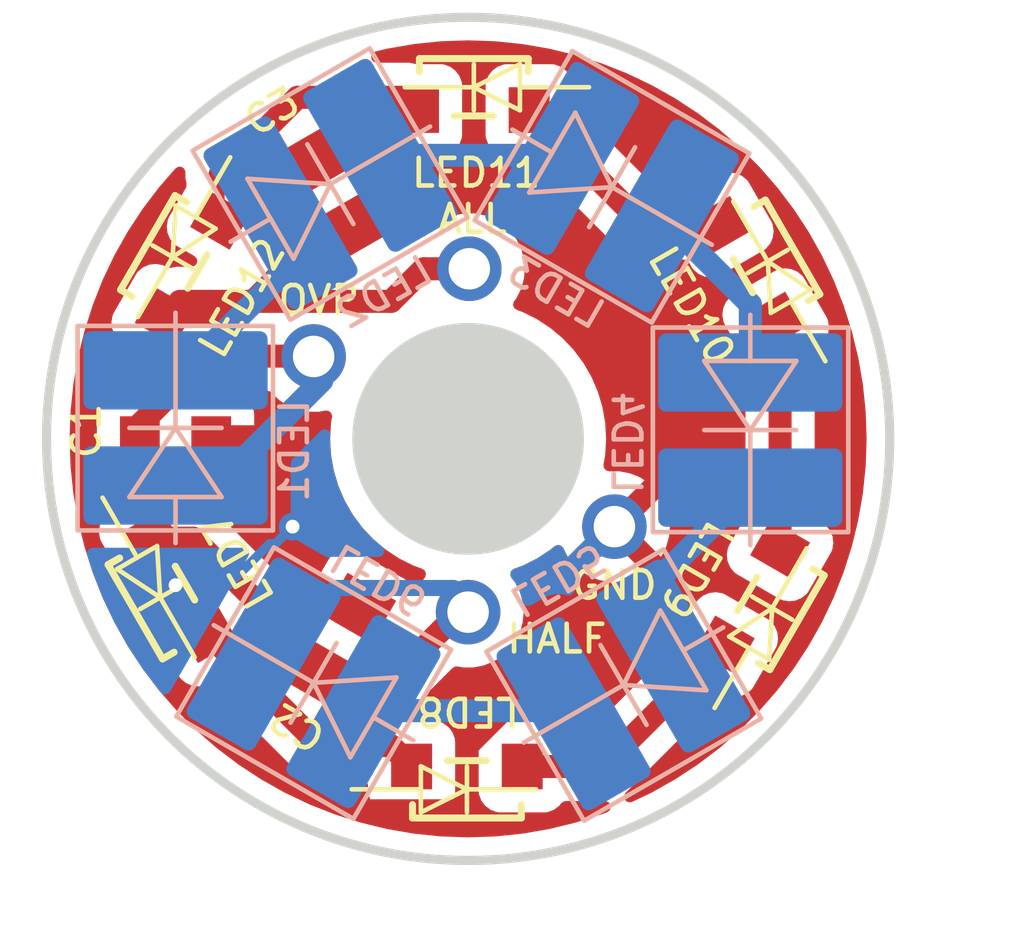
<source format=kicad_pcb>
(kicad_pcb (version 20240108) (generator "pcbnew") (generator_version "8.0")
  (layers (0 "F.Cu" signal) (31 "B.Cu" signal) (34 "B.Paste" user) (35 "F.Paste" user) (36 "B.SilkS" user "B.Silkscreen") (37 "F.SilkS" user "F.Silkscreen") (38 "B.Mask" user) (39 "F.Mask" user) (44 "Edge.Cuts" user))
  (net 0 "")
  (net 1 "Net-(C1-Pad1)")
  (net 2 "GND")
  (net 3 "Net-(C2-Pad1)")
  (net 4 "Net-(C3-Pad1)")
  (net 5 "Net-(LED7-Pad1)")
  (net 6 "Net-(LED8-Pad1)")
  (net 7 "Net-(LED10-Pad2)")
  (net 8 "Net-(LED10-Pad1)")
  (net 9 "Net-(LED11-Pad1)")
  (net 10 "Net-(LED1-Pad1)")
  (net 11 "Net-(LED2-Pad1)")
  (net 12 "Net-(LED3-Pad1)")
  (net 13 "Net-(LED4-Pad1)")
  (net 14 "Net-(LED5-Pad1)")
  (footprint "CC0805KRX7R9BB104‎:CC0805N_YAG" (layer "F.Cu") (at 144.368636 75.966439 -60)
    (property "Reference" "C3" (at -2.203578 0.235729 30) (layer "F.SilkS") (effects (font (size 0.6 0.6) (thickness 0.1) (bold yes))))
    (property "Value" "CC0805KRX7R9BB104" (hide yes))
    (pad "1" smd rect (at -0.825499 0 300) (size 1.0668 1.2192) (layers "F.Cu" "F.Paste" "F.Mask") (net 4 "Net-(C3-Pad1)"))
    (pad "2" smd rect (at 0.825499 0 300) (size 1.0668 1.2192) (layers "F.Cu" "F.Paste" "F.Mask") (net 2 "GND"))
    (zone (net 0) (net_name "") (layer "F.Cu") (connect_pads (clearance 0)) (min_thickness 0.254)
      (keepout (tracks not_allowed) (vias not_allowed) (pads allowed) (copperpour not_allowed) (footprints allowed))
      (fill (thermal_gap 0.508) (thermal_bridge_width 0.508))
      (polygon (pts (xy 144.73192 75.478067) (xy 144.973222 75.896011) (xy 144.005352 76.454811) (xy 143.76405 76.036867)))
    )
  )
  (footprint "CC0805KRX7R9BB104‎:CC0805N_YAG" (layer "F.Cu") (at 144.551135 85.667783 60)
    (property "Reference" "C2" (at -2.084393 0.128425 150) (layer "F.SilkS") (effects (font (size 0.6 0.6) (thickness 0.1) (bold yes))))
    (property "Value" "CC0805KRX7R9BB104" (hide yes))
    (pad "1" smd rect (at -0.825499 0 60) (size 1.0668 1.2192) (layers "F.Cu" "F.Paste" "F.Mask") (net 3 "Net-(C2-Pad1)"))
    (pad "2" smd rect (at 0.825499 0 60) (size 1.0668 1.2192) (layers "F.Cu" "F.Paste" "F.Mask") (net 2 "GND"))
    (zone (net 0) (net_name "") (layer "F.Cu") (connect_pads (clearance 0)) (min_thickness 0.254)
      (keepout (tracks not_allowed) (vias not_allowed) (pads allowed) (copperpour not_allowed) (footprints allowed))
      (fill (thermal_gap 0.508) (thermal_bridge_width 0.508))
      (polygon (pts (xy 143.946549 85.597355) (xy 144.18785 85.179409) (xy 145.155721 85.738211) (xy 144.91442 86.156157)))
    )
  )
  (footprint "hole:hole" (layer "F.Cu") (at 143.967335 80.99168)
    (property "Reference" "OVP" (at 0.111805 -2.723473 0) (layer "F.SilkS") (effects (font (size 0.6 0.6) (thickness 0.1))))
    (property "Value" "hole" (hide yes))
    (pad "1" thru_hole circle (at 0 -1.5) (size 1.4 1.4) (drill 0.9) (layers "*.Cu" "*.Mask") (net 1 "Net-(C1-Pad1)"))
  )
  (footprint "GRT188R61H105KE13D‎:CAP_GRT188R61H105KE13D_MUR" (layer "F.Cu") (at 140.97 81.234392)
    (property "Reference" "C1" (at -1.941925 -0.125757 90) (layer "F.SilkS") (effects (font (size 0.6 0.6) (thickness 0.1) (bold yes))))
    (property "Value" "GRT188R61H105KE13D" (hide yes))
    (pad "1" smd rect (at -0.7747 0) (size 0.8636 0.889) (layers "F.Cu" "F.Paste" "F.Mask") (net 1 "Net-(C1-Pad1)"))
    (pad "2" smd rect (at 0.7747 0) (size 0.8636 0.889) (layers "F.Cu" "F.Paste" "F.Mask") (net 2 "GND"))
    (zone (net 0) (net_name "") (layer "F.Cu") (connect_pads (clearance 0)) (min_thickness 0.254)
      (keepout (tracks not_allowed) (vias not_allowed) (pads allowed) (copperpour not_allowed) (footprints allowed))
      (fill (thermal_gap 0.508) (thermal_bridge_width 0.508))
      (polygon (pts (xy 140.6779 80.840692) (xy 141.2621 80.840692) (xy 141.2621 81.628092) (xy 140.6779 81.628092)))
    )
  )
  (footprint "APA2107SECK_J4-PRV:APA2107SECK_J4-PRV" (layer "F.Cu") (at 140.906537 77.334012 60)
    (property "Reference" "LED12" (at -0.01829 1.746737 60) (layer "F.SilkS") (effects (font (size 0.6 0.6) (thickness 0.1) (bold yes))))
    (property "Value" "APA2107SECK/J4-PRV" (hide yes))
    (fp_line (start -1.1811 -0.622301) (end -1.1811 -0.33274) (stroke (width 0.1524)) (layer "F.SilkS"))
    (fp_line (start 0 -0.5) (end 0 0.5) (stroke (width 0.1)) (layer "F.SilkS"))
    (fp_line (start 0 0) (end -1.5 0) (stroke (width 0.1)) (layer "F.SilkS"))
    (fp_line (start 0 0) (end 1 0.5) (stroke (width 0.1)) (layer "F.SilkS"))
    (fp_line (start 1.181101 -0.6223) (end -1.1811 -0.622301) (stroke (width 0.1524)) (layer "F.SilkS"))
    (fp_line (start 1 -0.5) (end 0 0) (stroke (width 0.1)) (layer "F.SilkS"))
    (fp_line (start 1.1811 -0.33274) (end 1.181101 -0.6223) (stroke (width 0.1524)) (layer "F.SilkS"))
    (fp_line (start -0.42291 0.6223) (end 0.42291 0.6223) (stroke (width 0.1524)) (layer "F.SilkS"))
    (fp_line (start 1 0) (end 1 -0.5) (stroke (width 0.1)) (layer "F.SilkS"))
    (fp_line (start 1 0.5) (end 1 0) (stroke (width 0.1)) (layer "F.SilkS"))
    (fp_line (start 2.5 0) (end 1 0) (stroke (width 0.1)) (layer "F.SilkS"))
    (pad "1" smd rect (at -1.200149 0.4953 60) (size 0.889 0.9906) (layers "F.Cu" "F.Paste" "F.Mask") (net 4 "Net-(C3-Pad1)"))
    (pad "2" smd rect (at 1.20015 0.495299 60) (size 0.889 0.9906) (layers "F.Cu" "F.Paste" "F.Mask") (net 9 "Net-(LED11-Pad1)"))
  )
  (footprint "APA2107SECK_J4-PRV:APA2107SECK_J4-PRV" (layer "F.Cu") (at 140.636085 84.722292 120)
    (property "Reference" "LED7" (at -0.147072 1.857807 120) (layer "F.SilkS") (effects (font (size 0.6 0.6) (thickness 0.1))))
    (property "Value" "~")
    (fp_line (start 2.5 0) (end 1 0) (stroke (width 0.1)) (layer "F.SilkS"))
    (fp_line (start 1.1811 -0.622301) (end -1.181101 -0.6223) (stroke (width 0.1524)) (layer "F.SilkS"))
    (fp_line (start 1 -0.5) (end 0 0) (stroke (width 0.1)) (layer "F.SilkS"))
    (fp_line (start 1.1811 -0.33274) (end 1.1811 -0.622301) (stroke (width 0.1524)) (layer "F.SilkS"))
    (fp_line (start 1 0) (end 1 -0.5) (stroke (width 0.1)) (layer "F.SilkS"))
    (fp_line (start 0 -0.5) (end 0 0.5) (stroke (width 0.1)) (layer "F.SilkS"))
    (fp_line (start 1 0.5) (end 1 0) (stroke (width 0.1)) (layer "F.SilkS"))
    (fp_line (start 0 0) (end 1 0.5) (stroke (width 0.1)) (layer "F.SilkS"))
    (fp_line (start 0 0) (end -1.5 0) (stroke (width 0.1)) (layer "F.SilkS"))
    (fp_line (start -1.181101 -0.6223) (end -1.1811 -0.33274) (stroke (width 0.1524)) (layer "F.SilkS"))
    (fp_line (start -0.42291 0.6223) (end 0.42291 0.6223) (stroke (width 0.1524)) (layer "F.SilkS"))
    (pad "1" smd rect (at -1.20015 0.495299 120) (size 0.889 0.9906) (layers "F.Cu" "F.Paste" "F.Mask") (net 5 "Net-(LED7-Pad1)"))
    (pad "2" smd rect (at 1.200149 0.4953 120) (size 0.889 0.9906) (layers "F.Cu" "F.Paste" "F.Mask") (net 3 "Net-(C2-Pad1)"))
  )
  (footprint "APA2107SECK_J4-PRV:APA2107SECK_J4-PRV" (layer "F.Cu") (at 153.919855 84.954611 -120)
    (property "Reference" "LED9" (at 0.094821 1.844652 -120) (layer "F.SilkS") (effects (font (size 0.6 0.6) (thickness 0.1) (bold yes))))
    (property "Value" "~")
    (fp_line (start 2.5 0) (end 1 0) (stroke (width 0.1)) (layer "F.SilkS"))
    (fp_line (start 1 0.5) (end 1 0) (stroke (width 0.1)) (layer "F.SilkS"))
    (fp_line (start 1 0) (end 1 -0.5) (stroke (width 0.1)) (layer "F.SilkS"))
    (fp_line (start -0.42291 0.6223) (end 0.42291 0.6223) (stroke (width 0.1524)) (layer "F.SilkS"))
    (fp_line (start 1.1811 -0.33274) (end 1.1811 -0.622301) (stroke (width 0.1524)) (layer "F.SilkS"))
    (fp_line (start 1 -0.5) (end 0 0) (stroke (width 0.1)) (layer "F.SilkS"))
    (fp_line (start 1.1811 -0.622301) (end -1.181101 -0.6223) (stroke (width 0.1524)) (layer "F.SilkS"))
    (fp_line (start 0 0) (end 1 0.5) (stroke (width 0.1)) (layer "F.SilkS"))
    (fp_line (start 0 0) (end -1.5 0) (stroke (width 0.1)) (layer "F.SilkS"))
    (fp_line (start 0 -0.5) (end 0 0.5) (stroke (width 0.1)) (layer "F.SilkS"))
    (fp_line (start -1.181101 -0.6223) (end -1.1811 -0.33274) (stroke (width 0.1524)) (layer "F.SilkS"))
    (pad "1" smd rect (at -1.20015 0.495299 240) (size 0.889 0.9906) (layers "F.Cu" "F.Paste" "F.Mask") (net 7 "Net-(LED10-Pad2)"))
    (pad "2" smd rect (at 1.200149 0.4953 240) (size 0.889 0.9906) (layers "F.Cu" "F.Paste" "F.Mask") (net 6 "Net-(LED8-Pad1)"))
  )
  (footprint "APA2107SECK_J4-PRV:APA2107SECK_J4-PRV" (layer "F.Cu") (at 147.294294 88.886526 180)
    (property "Reference" "LED8" (at -0.025706 1.691506 180) (layer "F.SilkS") (effects (font (size 0.6 0.6) (thickness 0.1) (bold yes))))
    (property "Value" "APA2107SECK/J4-PRV" (hide yes))
    (fp_line (start 2.5 0) (end 1 0) (stroke (width 0.1)) (layer "F.SilkS"))
    (fp_line (start 1.181101 -0.6223) (end -1.1811 -0.622301) (stroke (width 0.1524)) (layer "F.SilkS"))
    (fp_line (start 1.1811 -0.33274) (end 1.181101 -0.6223) (stroke (width 0.1524)) (layer "F.SilkS"))
    (fp_line (start 1 0.5) (end 1 0) (stroke (width 0.1)) (layer "F.SilkS"))
    (fp_line (start 1 0) (end 1 -0.5) (stroke (width 0.1)) (layer "F.SilkS"))
    (fp_line (start 1 -0.5) (end 0 0) (stroke (width 0.1)) (layer "F.SilkS"))
    (fp_line (start 0 0) (end 1 0.5) (stroke (width 0.1)) (layer "F.SilkS"))
    (fp_line (start 0 0) (end -1.5 0) (stroke (width 0.1)) (layer "F.SilkS"))
    (fp_line (start 0 -0.5) (end 0 0.5) (stroke (width 0.1)) (layer "F.SilkS"))
    (fp_line (start -0.42291 0.6223) (end 0.42291 0.6223) (stroke (width 0.1524)) (layer "F.SilkS"))
    (fp_line (start -1.1811 -0.622301) (end -1.1811 -0.33274) (stroke (width 0.1524)) (layer "F.SilkS"))
    (pad "1" smd rect (at -1.200149 0.4953 180) (size 0.889 0.9906) (layers "F.Cu" "F.Paste" "F.Mask") (net 6 "Net-(LED8-Pad1)"))
    (pad "2" smd rect (at 1.20015 0.495299 180) (size 0.889 0.9906) (layers "F.Cu" "F.Paste" "F.Mask") (net 5 "Net-(LED7-Pad1)"))
  )
  (footprint "hole:hole" (layer "F.Cu") (at 147.34585 79.088287)
    (property "Reference" "ALL" (at 0.062548 -2.578952 0) (layer "F.SilkS") (effects (font (size 0.6 0.6) (thickness 0.1))))
    (property "Value" "hole" (hide yes))
    (pad "1" thru_hole circle (at 0 -1.5) (size 1.4 1.4) (drill 0.9) (layers "*.Cu" "*.Mask") (net 4 "Net-(C3-Pad1)"))
  )
  (footprint "APA2107SECK_J4-PRV:APA2107SECK_J4-PRV" (layer "F.Cu") (at 147.444428 73.64864)
    (property "Reference" "LED11" (at 0.04703 1.859627 0) (layer "F.SilkS") (effects (font (size 0.6 0.6) (thickness 0.1))))
    (property "Value" "~")
    (fp_line (start -1.1811 -0.622301) (end -1.1811 -0.33274) (stroke (width 0.1524)) (layer "F.SilkS"))
    (fp_line (start -0.42291 0.6223) (end 0.42291 0.6223) (stroke (width 0.1524)) (layer "F.SilkS"))
    (fp_line (start 0 -0.5) (end 0 0.5) (stroke (width 0.1)) (layer "F.SilkS"))
    (fp_line (start 0 0) (end -1.5 0) (stroke (width 0.1)) (layer "F.SilkS"))
    (fp_line (start 0 0) (end 1 0.5) (stroke (width 0.1)) (layer "F.SilkS"))
    (fp_line (start 1 -0.5) (end 0 0) (stroke (width 0.1)) (layer "F.SilkS"))
    (fp_line (start 1 0) (end 1 -0.5) (stroke (width 0.1)) (layer "F.SilkS"))
    (fp_line (start 1 0.5) (end 1 0) (stroke (width 0.1)) (layer "F.SilkS"))
    (fp_line (start 1.1811 -0.33274) (end 1.181101 -0.6223) (stroke (width 0.1524)) (layer "F.SilkS"))
    (fp_line (start 1.181101 -0.6223) (end -1.1811 -0.622301) (stroke (width 0.1524)) (layer "F.SilkS"))
    (fp_line (start 2.5 0) (end 1 0) (stroke (width 0.1)) (layer "F.SilkS"))
    (pad "1" smd rect (at -1.200149 0.4953) (size 0.889 0.9906) (layers "F.Cu" "F.Paste" "F.Mask") (net 9 "Net-(LED11-Pad1)"))
    (pad "2" smd rect (at 1.20015 0.495299) (size 0.889 0.9906) (layers "F.Cu" "F.Paste" "F.Mask") (net 8 "Net-(LED10-Pad1)"))
  )
  (footprint "APA2107SECK_J4-PRV:APA2107SECK_J4-PRV" (layer "F.Cu") (at 153.824006 77.429735 -60)
    (property "Reference" "LED10" (at 0.008094 1.910963 -60) (layer "F.SilkS") (effects (font (size 0.6 0.6) (thickness 0.1) (bold yes))))
    (property "Value" "APA2107SECK/J4-PRV" (hide yes))
    (fp_line (start -0.42291 0.6223) (end 0.42291 0.6223) (stroke (width 0.1524)) (layer "F.SilkS"))
    (fp_line (start -1.181101 -0.6223) (end -1.1811 -0.33274) (stroke (width 0.1524)) (layer "F.SilkS"))
    (fp_line (start 0 0) (end -1.5 0) (stroke (width 0.1)) (layer "F.SilkS"))
    (fp_line (start 0 0) (end 1 0.5) (stroke (width 0.1)) (layer "F.SilkS"))
    (fp_line (start 1 0.5) (end 1 0) (stroke (width 0.1)) (layer "F.SilkS"))
    (fp_line (start 0 -0.5) (end 0 0.5) (stroke (width 0.1)) (layer "F.SilkS"))
    (fp_line (start 1 0) (end 1 -0.5) (stroke (width 0.1)) (layer "F.SilkS"))
    (fp_line (start 1.1811 -0.33274) (end 1.1811 -0.622301) (stroke (width 0.1524)) (layer "F.SilkS"))
    (fp_line (start 1 -0.5) (end 0 0) (stroke (width 0.1)) (layer "F.SilkS"))
    (fp_line (start 1.1811 -0.622301) (end -1.181101 -0.6223) (stroke (width 0.1524)) (layer "F.SilkS"))
    (fp_line (start 2.5 0) (end 1 0) (stroke (width 0.1)) (layer "F.SilkS"))
    (pad "1" smd rect (at -1.20015 0.495299 300) (size 0.889 0.9906) (layers "F.Cu" "F.Paste" "F.Mask") (net 8 "Net-(LED10-Pad1)"))
    (pad "2" smd rect (at 1.200149 0.4953 300) (size 0.889 0.9906) (layers "F.Cu" "F.Paste" "F.Mask") (net 7 "Net-(LED10-Pad2)"))
  )
  (footprint "hole:hole" (layer "F.Cu") (at 150.495 84.685)
    (property "Reference" "GND" (at 0 -0.23 0) (layer "F.SilkS") (effects (font (size 0.6 0.6) (thickness 0.1))))
    (property "Value" "hole" (hide yes))
    (pad "1" thru_hole circle (at 0 -1.5) (size 1.4 1.4) (drill 0.9) (layers "*.Cu" "*.Mask") (net 2 "GND"))
  )
  (footprint "hole:hole" (layer "F.Cu") (at 147.319721 86.540901)
    (property "Reference" "HALF" (at 1.925754 -0.920684 0) (layer "F.SilkS") (effects (font (size 0.6 0.6) (thickness 0.1))))
    (property "Value" "hole" (hide yes))
    (pad "1" thru_hole circle (at 0 -1.5) (size 1.4 1.4) (drill 0.9) (layers "*.Cu" "*.Mask") (net 3 "Net-(C2-Pad1)"))
  )
  (footprint "AA4040SYCKT_J3-AMT:AA4040SYCKT_J3-AMT" (layer "B.Cu") (at 140.969415 81.042584 -90)
    (property "Reference" "LED1" (at 0.494751 -2.577246 90) (layer "B.SilkS") (effects (font (size 0.6 0.6) (thickness 0.1)) (justify mirror)))
    (property "Value" "~")
    (fp_line (start 0 1) (end 0 -1) (stroke (width 0.1)) (layer "B.SilkS"))
    (fp_line (start 1.5 1) (end 1.5 0) (stroke (width 0.1)) (layer "B.SilkS"))
    (fp_line (start -2.5 0) (end 0 0) (stroke (width 0.1)) (layer "B.SilkS"))
    (fp_line (start 0 0) (end 1.5 1) (stroke (width 0.1)) (layer "B.SilkS"))
    (fp_line (start 1.5 0) (end 2.5 0) (stroke (width 0.1)) (layer "B.SilkS"))
    (fp_line (start 1.5 0) (end 1.5 -1) (stroke (width 0.1)) (layer "B.SilkS"))
    (fp_line (start 1.5 -1) (end 0 0) (stroke (width 0.1)) (layer "B.SilkS"))
    (fp_poly (pts (xy 2.224966 -2.115704) (xy -2.215033 -2.115704) (xy -2.215033 2.125637) (xy 2.224966 2.125638)) (stroke (width 0.1)) (fill none) (layer "B.SilkS"))
    (pad "1" smd roundrect (at -1.25 0 270) (size 1.7 4) (layers "B.Cu" "B.Paste" "B.Mask") (roundrect_rratio 0.1) (net 10 "Net-(LED1-Pad1)"))
    (pad "2" smd roundrect (at 1.25 0 270) (size 1.7 4) (layers "B.Cu" "B.Paste" "B.Mask") (roundrect_rratio 0.1) (net 1 "Net-(C1-Pad1)"))
  )
  (footprint "AA4040SYCKT_J3-AMT:AA4040SYCKT_J3-AMT" (layer "B.Cu") (at 150.444711 75.817256 150)
    (property "Reference" "LED3" (at -0.087571 -2.5911 -30) (layer "B.SilkS") (effects (font (size 0.6 0.6) (thickness 0.1)) (justify mirror)))
    (property "Value" "~")
    (fp_line (start 1.5 -1) (end 0 0) (stroke (width 0.1)) (layer "B.SilkS"))
    (fp_line (start 1.5 0) (end 2.5 0) (stroke (width 0.1)) (layer "B.SilkS"))
    (fp_line (start 1.5 0) (end 1.5 -1) (stroke (width 0.1)) (layer "B.SilkS"))
    (fp_line (start 1.5 1) (end 1.5 0) (stroke (width 0.1)) (layer "B.SilkS"))
    (fp_line (start 0 0) (end 1.5 1) (stroke (width 0.1)) (layer "B.SilkS"))
    (fp_line (start 0 1) (end 0 -1) (stroke (width 0.1)) (layer "B.SilkS"))
    (fp_line (start -2.5 0) (end 0 0) (stroke (width 0.1)) (layer "B.SilkS"))
    (fp_poly (pts (xy 2.224966 -2.115704) (xy -2.215033 -2.115704) (xy -2.215033 2.125637) (xy 2.224966 2.125638)) (stroke (width 0.1)) (fill none) (layer "B.SilkS"))
    (pad "1" smd roundrect (at -1.25 0 150) (size 1.7 4) (layers "B.Cu" "B.Paste" "B.Mask") (roundrect_rratio 0.1) (net 12 "Net-(LED3-Pad1)"))
    (pad "2" smd roundrect (at 1.25 0 150) (size 1.7 4) (layers "B.Cu" "B.Paste" "B.Mask") (roundrect_rratio 0.1) (net 11 "Net-(LED2-Pad1)"))
  )
  (footprint "AA4040SYCKT_J3-AMT:AA4040SYCKT_J3-AMT" (layer "B.Cu") (at 143.965825 86.574873 -30)
    (property "Reference" "LED6" (at 0.109861 -2.639334 150) (layer "B.SilkS") (effects (font (size 0.6 0.6) (thickness 0.1)) (justify mirror)))
    (property "Value" "~")
    (fp_line (start -2.5 0) (end 0 0) (stroke (width 0.1)) (layer "B.SilkS"))
    (fp_line (start 0.000001 0.999999) (end -0.000001 -0.999999) (stroke (width 0.1)) (layer "B.SilkS"))
    (fp_line (start 0 0) (end 1.5 1.000001) (stroke (width 0.1)) (layer "B.SilkS"))
    (fp_line (start 1.5 1.000001) (end 1.5 0) (stroke (width 0.1)) (layer "B.SilkS"))
    (fp_line (start 1.5 0) (end 1.5 -1) (stroke (width 0.1)) (layer "B.SilkS"))
    (fp_line (start 1.5 0) (end 2.5 0) (stroke (width 0.1)) (layer "B.SilkS"))
    (fp_line (start 1.5 -1) (end 0 0) (stroke (width 0.1)) (layer "B.SilkS"))
    (fp_poly (pts (xy 2.224966 -2.115704) (xy -2.215032 -2.115705) (xy -2.215032 2.125638) (xy 2.224966 2.125638)) (stroke (width 0.1)) (fill none) (layer "B.SilkS"))
    (pad "1" smd roundrect (at -1.25 0 330) (size 1.7 4) (layers "B.Cu" "B.Paste" "B.Mask") (roundrect_rratio 0.1) (net 3 "Net-(C2-Pad1)"))
    (pad "2" smd roundrect (at 1.25 0 330) (size 1.7 4) (layers "B.Cu" "B.Paste" "B.Mask") (roundrect_rratio 0.1) (net 14 "Net-(LED5-Pad1)"))
  )
  (footprint "AA4040SYCKT_J3-AMT:AA4040SYCKT_J3-AMT" (layer "B.Cu") (at 144.330147 75.751799 -150)
    (property "Reference" "LED2" (at 0.157389 -2.622144 30) (layer "B.SilkS") (effects (font (size 0.6 0.6) (thickness 0.1)) (justify mirror)))
    (property "Value" "~")
    (fp_line (start 1.5 1) (end 1.5 0) (stroke (width 0.1)) (layer "B.SilkS"))
    (fp_line (start 1.5 0) (end 2.5 0) (stroke (width 0.1)) (layer "B.SilkS"))
    (fp_line (start 1.5 0) (end 1.5 -1) (stroke (width 0.1)) (layer "B.SilkS"))
    (fp_line (start 1.5 -1) (end 0 0) (stroke (width 0.1)) (layer "B.SilkS"))
    (fp_line (start 0 1) (end 0 -1) (stroke (width 0.1)) (layer "B.SilkS"))
    (fp_line (start 0 0) (end 1.5 1) (stroke (width 0.1)) (layer "B.SilkS"))
    (fp_line (start -2.5 0) (end 0 0) (stroke (width 0.1)) (layer "B.SilkS"))
    (fp_poly (pts (xy 2.224966 -2.115704) (xy -2.215033 -2.115704) (xy -2.215033 2.125637) (xy 2.224966 2.125638)) (stroke (width 0.1)) (fill none) (layer "B.SilkS"))
    (pad "1" smd roundrect (at -1.25 0 210) (size 1.7 4) (layers "B.Cu" "B.Paste" "B.Mask") (roundrect_rratio 0.1) (net 11 "Net-(LED2-Pad1)"))
    (pad "2" smd roundrect (at 1.25 0 210) (size 1.7 4) (layers "B.Cu" "B.Paste" "B.Mask") (roundrect_rratio 0.1) (net 10 "Net-(LED1-Pad1)"))
  )
  (footprint "AA4040SYCKT_J3-AMT:AA4040SYCKT_J3-AMT" (layer "B.Cu") (at 150.692302 86.621585 30)
    (property "Reference" "LED5" (at -0.084935 -2.690466 -150) (layer "B.SilkS") (effects (font (size 0.6 0.6) (thickness 0.1)) (justify mirror)))
    (property "Value" "~")
    (fp_line (start -2.5 0) (end 0 0) (stroke (width 0.1)) (layer "B.SilkS"))
    (fp_line (start 0 0) (end 1.5 1) (stroke (width 0.1)) (layer "B.SilkS"))
    (fp_line (start 0 1) (end 0 -1) (stroke (width 0.1)) (layer "B.SilkS"))
    (fp_line (start 1.5 -1) (end 0 0) (stroke (width 0.1)) (layer "B.SilkS"))
    (fp_line (start 1.5 0) (end 1.5 -1) (stroke (width 0.1)) (layer "B.SilkS"))
    (fp_line (start 1.5 0) (end 2.5 0) (stroke (width 0.1)) (layer "B.SilkS"))
    (fp_line (start 1.5 1) (end 1.5 0) (stroke (width 0.1)) (layer "B.SilkS"))
    (fp_poly (pts (xy 2.224966 -2.115704) (xy -2.215033 -2.115704) (xy -2.215033 2.125637) (xy 2.224966 2.125638)) (stroke (width 0.1)) (fill none) (layer "B.SilkS"))
    (pad "1" smd roundrect (at -1.25 0 30) (size 1.7 4) (layers "B.Cu" "B.Paste" "B.Mask") (roundrect_rratio 0.1) (net 14 "Net-(LED5-Pad1)"))
    (pad "2" smd roundrect (at 1.25 0 30) (size 1.7 4) (layers "B.Cu" "B.Paste" "B.Mask") (roundrect_rratio 0.1) (net 13 "Net-(LED4-Pad1)"))
  )
  (footprint "AA4040SYCKT_J3-AMT:AA4040SYCKT_J3-AMT" (layer "B.Cu") (at 153.444988 81.089092 90)
    (property "Reference" "LED4" (at -0.272861 -2.692076 -90) (layer "B.SilkS") (effects (font (size 0.6 0.6) (thickness 0.1)) (justify mirror)))
    (property "Value" "~")
    (fp_line (start 1.5 -1) (end 0 0) (stroke (width 0.1)) (layer "B.SilkS"))
    (fp_line (start 1.5 0) (end 1.5 -1) (stroke (width 0.1)) (layer "B.SilkS"))
    (fp_line (start 1.5 0) (end 2.5 0) (stroke (width 0.1)) (layer "B.SilkS"))
    (fp_line (start 0 0) (end 1.5 1) (stroke (width 0.1)) (layer "B.SilkS"))
    (fp_line (start -2.5 0) (end 0 0) (stroke (width 0.1)) (layer "B.SilkS"))
    (fp_line (start 1.5 1) (end 1.5 0) (stroke (width 0.1)) (layer "B.SilkS"))
    (fp_line (start 0 1) (end 0 -1) (stroke (width 0.1)) (layer "B.SilkS"))
    (fp_poly (pts (xy 2.224966 -2.115704) (xy -2.215033 -2.115704) (xy -2.215033 2.125637) (xy 2.224966 2.125638)) (stroke (width 0.1)) (fill none) (layer "B.SilkS"))
    (pad "1" smd roundrect (at -1.25 0 90) (size 1.7 4) (layers "B.Cu" "B.Paste" "B.Mask") (roundrect_rratio 0.1) (net 13 "Net-(LED4-Pad1)"))
    (pad "2" smd roundrect (at 1.25 0 90) (size 1.7 4) (layers "B.Cu" "B.Paste" "B.Mask") (roundrect_rratio 0.1) (net 12 "Net-(LED3-Pad1)"))
  )
  (gr_circle (center 147.32 81.28) (end 149.81 81.28) (stroke (width 0.05)) (fill solid) (layer "Edge.Cuts"))
  (gr_circle (center 147.32 81.28) (end 156.465245 81.577359) (stroke (width 0.2)) (fill none) (layer "Edge.Cuts"))
  (segment (start 141.680038 79.485) (end 140.1953 80.969738) (width 0.5) (layer "F.Cu") (net 1))
  (segment (start 144.145 79.485) (end 141.680038 79.485) (width 0.5) (layer "F.Cu") (net 1))
  (segment (start 140.1953 80.969738) (end 140.1953 81.234392) (width 0.5) (layer "F.Cu") (net 1))
  (segment (start 144.145 80.016006) (end 144.145 79.485) (width 0.2) (layer "B.Cu") (net 1))
  (segment (start 141.851598 82.309408) (end 144.145 80.016006) (width 0.5) (layer "B.Cu") (net 1))
  (segment (start 141.172208 82.309408) (end 141.851598 82.309408) (width 0.2) (layer "B.Cu") (net 1))
  (segment (start 147.063047 89.278047) (end 145.158047 89.278047) (width 0.35) (layer "F.Cu") (net 2))
  (segment (start 147.32 89.535) (end 147.32 88.025869) (width 0.35) (layer "F.Cu") (net 2))
  (segment (start 140.166885 84.800371) (end 140.166885 85.27934) (width 0.35) (layer "F.Cu") (net 2))
  (segment (start 147.32 88.025869) (end 150.495 84.850869) (width 0.35) (layer "F.Cu") (net 2))
  (segment (start 147.32 89.535) (end 147.063047 89.278047) (width 0.35) (layer "F.Cu") (net 2))
  (segment (start 141.504782 81.135269) (end 141.504782 81.234392) (width 0.2) (layer "F.Cu") (net 2))
  (via (at 140.97 84.455) (size 0.6) (drill 0.3) (layers "F.Cu" "B.Cu") (net 2))
  (via (at 143.51 83.185) (size 0.6) (drill 0.3) (layers "F.Cu" "B.Cu") (net 2))
  (segment (start 143.141801 83.553199) (end 143.51 83.185) (width 0.2) (layer "B.Cu") (net 2))
  (segment (start 140.97 84.455) (end 142.112149 84.455) (width 0.2) (layer "B.Cu") (net 2))
  (segment (start 142.112149 84.455) (end 143.01395 83.553199) (width 0.2) (layer "B.Cu") (net 2))
  (segment (start 143.01395 83.553199) (end 143.141801 83.553199) (width 0.2) (layer "B.Cu") (net 2))
  (segment (start 140.464953 83.435282) (end 140.849935 83.435282) (width 0.2) (layer "F.Cu") (net 3))
  (segment (start 145.577755 86.593926) (end 147.291367 84.880314) (width 0.5) (layer "F.Cu") (net 3))
  (segment (start 144.511253 86.593926) (end 145.577755 86.593926) (width 0.5) (layer "F.Cu") (net 3))
  (segment (start 143.852556 86.720455) (end 143.406298 86.274197) (width 0.2) (layer "F.Cu") (net 3))
  (segment (start 141.352609 83.435282) (end 144.511253 86.593926) (width 0.5) (layer "F.Cu") (net 3))
  (segment (start 140.849935 83.435282) (end 141.352609 83.435282) (width 0.5) (layer "F.Cu") (net 3))
  (segment (start 147.012225 84.516673) (end 144.430661 84.516673) (width 0.35) (layer "B.Cu") (net 3))
  (segment (start 144.430661 84.516673) (end 143.019188 85.928146) (width 0.2) (layer "B.Cu") (net 3))
  (segment (start 147.192525 84.781472) (end 147.291367 84.880314) (width 0.2) (layer "B.Cu") (net 3))
  (segment (start 147.291367 84.880314) (end 147.291367 84.795815) (width 0.2) (layer "B.Cu") (net 3))
  (segment (start 147.291367 84.795815) (end 147.012225 84.516673) (width 0.2) (layer "B.Cu") (net 3))
  (segment (start 141.060801 78.295626) (end 145.648562 78.295626) (width 0.5) (layer "F.Cu") (net 4))
  (segment (start 140.735405 78.621022) (end 141.060801 78.295626) (width 0.2) (layer "F.Cu") (net 4))
  (segment (start 141.279604 78.621022) (end 140.735405 78.621022) (width 0.2) (layer "F.Cu") (net 4))
  (segment (start 145.648562 78.295626) (end 146.355901 77.588287) (width 0.5) (layer "F.Cu") (net 4))
  (segment (start 143.955887 75.251536) (end 143.509629 75.697794) (width 0.5) (layer "F.Cu") (net 4))
  (segment (start 143.509629 75.697794) (end 143.509629 77.43881) (width 0.5) (layer "F.Cu") (net 4))
  (segment (start 146.355901 77.588287) (end 147.34585 77.588287) (width 0.5) (layer "F.Cu") (net 4))
  (segment (start 142.327417 78.621022) (end 141.279604 78.621022) (width 0.5) (layer "F.Cu") (net 4))
  (segment (start 143.509629 77.43881) (end 142.327417 78.621022) (width 0.5) (layer "F.Cu") (net 4))
  (segment (start 144.10473 87.937193) (end 145.64011 87.937193) (width 0.5) (layer "F.Cu") (net 5))
  (segment (start 145.64011 87.937193) (end 145.967917 88.265) (width 0.5) (layer "F.Cu") (net 5))
  (segment (start 141.665102 85.514003) (end 141.68154 85.514003) (width 0.5) (layer "F.Cu") (net 5))
  (segment (start 145.967917 88.265) (end 146.094144 88.391227) (width 0.2) (layer "F.Cu") (net 5))
  (segment (start 141.68154 85.514003) (end 144.10473 87.937193) (width 0.5) (layer "F.Cu") (net 5))
  (segment (start 148.494443 88.391226) (end 150.245933 88.391226) (width 0.5) (layer "F.Cu") (net 6))
  (segment (start 150.245933 88.391226) (end 152.890838 85.746321) (width 0.5) (layer "F.Cu") (net 6))
  (segment (start 154.090988 78.812595) (end 153.995138 78.716745) (width 0.2) (layer "F.Cu") (net 7))
  (segment (start 154.090988 83.667601) (end 154.090988 78.812595) (width 0.5) (layer "F.Cu") (net 7))
  (segment (start 151.138663 76.638024) (end 148.644578 74.143939) (width 0.5) (layer "F.Cu") (net 8))
  (segment (start 152.794989 76.638024) (end 151.138663 76.638024) (width 0.5) (layer "F.Cu") (net 8))
  (segment (start 143.617506 73.867418) (end 141.935554 75.54937) (width 0.5) (layer "F.Cu") (net 9))
  (segment (start 146.244279 74.14394) (end 145.967757 73.867418) (width 0.2) (layer "F.Cu") (net 9))
  (segment (start 141.935554 75.54937) (end 141.935554 76.542301) (width 0.2) (layer "F.Cu") (net 9))
  (segment (start 145.967757 73.867418) (end 143.617506 73.867418) (width 0.5) (layer "F.Cu") (net 9))
  (segment (start 141.172208 79.809408) (end 143.247615 77.734001) (width 0.5) (layer "B.Cu") (net 10))
  (segment (start 143.247615 77.734001) (end 143.247615 76.376799) (width 0.2) (layer "B.Cu") (net 10))
  (segment (start 145.412679 75.126799) (end 149.296722 75.126799) (width 0.5) (layer "B.Cu") (net 11))
  (segment (start 149.296722 75.126799) (end 149.362179 75.192256) (width 0.2) (layer "B.Cu") (net 11))
  (segment (start 153.444988 78.360001) (end 153.444988 79.839092) (width 0.5) (layer "B.Cu") (net 12))
  (segment (start 151.527243 76.442256) (end 153.444988 78.360001) (width 0.5) (layer "B.Cu") (net 12))
  (segment (start 151.577532 84.206548) (end 151.577532 85.928957) (width 0.2) (layer "B.Cu") (net 13))
  (segment (start 153.444988 82.339092) (end 151.577532 84.206548) (width 0.5) (layer "B.Cu") (net 13))
  (segment (start 149.412468 87.178957) (end 145.185063 87.178957) (width 0.5) (layer "B.Cu") (net 14))
  (segment (start 145.185063 87.178957) (end 145.184252 87.178146) (width 0.2) (layer "B.Cu") (net 14))
  (zone (net 2) (net_name "GND") (layers "F&B.Cu") (connect_pads (clearance 0.5)) (min_thickness 0.25) (fill yes (thermal_gap 0.5) (thermal_bridge_width 0.5))
    (polygon (pts (xy 137.16 71.755) (xy 159.385 71.755) (xy 159.385 92.075) (xy 137.16 92.075)))
  )
)
</source>
